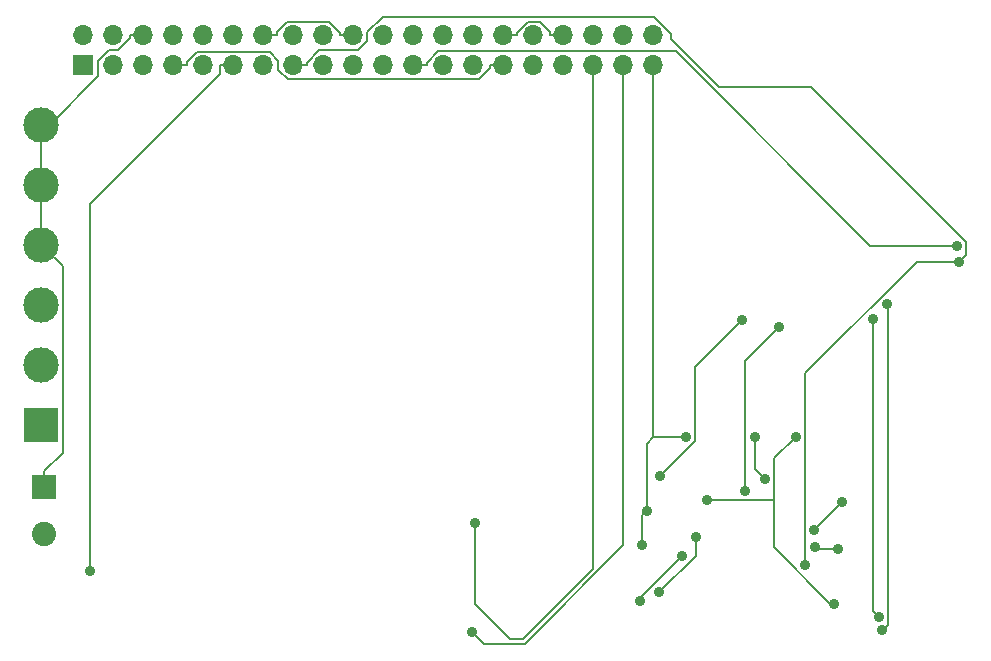
<source format=gbl>
G04 #@! TF.GenerationSoftware,KiCad,Pcbnew,(5.1.0)-1*
G04 #@! TF.CreationDate,2020-03-10T13:48:57+00:00*
G04 #@! TF.ProjectId,2D Top Board,32442054-6f70-4204-926f-6172642e6b69,-*
G04 #@! TF.SameCoordinates,Original*
G04 #@! TF.FileFunction,Copper,L2,Bot*
G04 #@! TF.FilePolarity,Positive*
%FSLAX46Y46*%
G04 Gerber Fmt 4.6, Leading zero omitted, Abs format (unit mm)*
G04 Created by KiCad (PCBNEW (5.1.0)-1) date 2020-03-10 13:48:57*
%MOMM*%
%LPD*%
G04 APERTURE LIST*
%ADD10R,1.700000X1.700000*%
%ADD11O,1.700000X1.700000*%
%ADD12C,2.050000*%
%ADD13R,2.050000X2.050000*%
%ADD14C,3.000000*%
%ADD15R,3.000000X3.000000*%
%ADD16C,0.900000*%
%ADD17C,0.200000*%
G04 APERTURE END LIST*
D10*
X116320000Y-70830000D03*
D11*
X116320000Y-68290000D03*
X118860000Y-70830000D03*
X118860000Y-68290000D03*
X121400000Y-70830000D03*
X121400000Y-68290000D03*
X123940000Y-70830000D03*
X123940000Y-68290000D03*
X126480000Y-70830000D03*
X126480000Y-68290000D03*
X129020000Y-70830000D03*
X129020000Y-68290000D03*
X131560000Y-70830000D03*
X131560000Y-68290000D03*
X134100000Y-70830000D03*
X134100000Y-68290000D03*
X136640000Y-70830000D03*
X136640000Y-68290000D03*
X139180000Y-70830000D03*
X139180000Y-68290000D03*
X141720000Y-70830000D03*
X141720000Y-68290000D03*
X144260000Y-70830000D03*
X144260000Y-68290000D03*
X146800000Y-70830000D03*
X146800000Y-68290000D03*
X149340000Y-70830000D03*
X149340000Y-68290000D03*
X151880000Y-70830000D03*
X151880000Y-68290000D03*
X154420000Y-70830000D03*
X154420000Y-68290000D03*
X156960000Y-70830000D03*
X156960000Y-68290000D03*
X159500000Y-70830000D03*
X159500000Y-68290000D03*
X162040000Y-70830000D03*
X162040000Y-68290000D03*
X164580000Y-70830000D03*
X164580000Y-68290000D03*
D12*
X113000000Y-110460000D03*
D13*
X113000000Y-106500000D03*
D14*
X112750000Y-96170000D03*
X112750000Y-91090000D03*
D15*
X112750000Y-101250000D03*
D14*
X112750000Y-86010000D03*
X112750000Y-80930000D03*
X112750000Y-75850000D03*
D16*
X163645100Y-111451900D03*
X167359000Y-102261700D03*
X163994300Y-108535300D03*
X149428800Y-109550000D03*
X149178300Y-118800000D03*
X116874200Y-113658600D03*
X172105100Y-92355100D03*
X165149700Y-105600000D03*
X176610600Y-102255000D03*
X169113200Y-107600000D03*
X179827800Y-116404900D03*
X168157500Y-110766000D03*
X165080200Y-115406500D03*
X166968400Y-112383500D03*
X163442700Y-116134700D03*
X178202300Y-110132000D03*
X180534300Y-107800000D03*
X178267900Y-111575800D03*
X180166000Y-111800000D03*
X184370600Y-91031200D03*
X183948100Y-118649300D03*
X183131700Y-92269400D03*
X183673100Y-117548900D03*
X172307200Y-106868400D03*
X175200000Y-92948900D03*
X173982200Y-105822800D03*
X173187400Y-102255200D03*
X177450900Y-113112200D03*
X190469000Y-87449800D03*
X190269900Y-86105100D03*
D17*
X163994300Y-108535300D02*
X163645100Y-108884500D01*
X163645100Y-108884500D02*
X163645100Y-111451900D01*
X164580000Y-102261700D02*
X163994300Y-102847400D01*
X163994300Y-102847400D02*
X163994300Y-108535300D01*
X164580000Y-102261700D02*
X167359000Y-102261700D01*
X164580000Y-71980300D02*
X164580000Y-102261700D01*
X164580000Y-70830000D02*
X164580000Y-71980300D01*
X139180000Y-68290000D02*
X138029700Y-68290000D01*
X131560000Y-68290000D02*
X132710300Y-68290000D01*
X132710300Y-68290000D02*
X132710300Y-68002400D01*
X132710300Y-68002400D02*
X133578400Y-67134300D01*
X133578400Y-67134300D02*
X137112300Y-67134300D01*
X137112300Y-67134300D02*
X138029700Y-68051700D01*
X138029700Y-68051700D02*
X138029700Y-68290000D01*
X113000000Y-106500000D02*
X113000000Y-105174700D01*
X112750000Y-86010000D02*
X114550400Y-87810400D01*
X114550400Y-87810400D02*
X114550400Y-103624300D01*
X114550400Y-103624300D02*
X113000000Y-105174700D01*
X112750000Y-80930000D02*
X112750000Y-86010000D01*
X121400000Y-68290000D02*
X120249700Y-68290000D01*
X113491000Y-75850000D02*
X117590000Y-71751000D01*
X117590000Y-71751000D02*
X117590000Y-70450700D01*
X117590000Y-70450700D02*
X118480700Y-69560000D01*
X118480700Y-69560000D02*
X119218000Y-69560000D01*
X119218000Y-69560000D02*
X120249700Y-68528300D01*
X120249700Y-68528300D02*
X120249700Y-68290000D01*
X113120500Y-75850000D02*
X113491000Y-75850000D01*
X151880000Y-68290000D02*
X153030300Y-68290000D01*
X156960000Y-68290000D02*
X155809700Y-68290000D01*
X155809700Y-68290000D02*
X155809700Y-68002400D01*
X155809700Y-68002400D02*
X154941600Y-67134300D01*
X154941600Y-67134300D02*
X153947600Y-67134300D01*
X153947600Y-67134300D02*
X153030300Y-68051600D01*
X153030300Y-68051600D02*
X153030300Y-68290000D01*
X113120500Y-75850000D02*
X112750000Y-76220500D01*
X112750000Y-76220500D02*
X112750000Y-80930000D01*
X112750000Y-75850000D02*
X113120500Y-75850000D01*
X159500000Y-70830000D02*
X159500000Y-113447900D01*
X159500000Y-113447900D02*
X153528800Y-119419100D01*
X153528800Y-119419100D02*
X152421300Y-119419100D01*
X152421300Y-119419100D02*
X149428800Y-116426600D01*
X149428800Y-116426600D02*
X149428800Y-109550000D01*
X162040000Y-70830000D02*
X162040000Y-111474200D01*
X162040000Y-111474200D02*
X153694700Y-119819500D01*
X153694700Y-119819500D02*
X150197800Y-119819500D01*
X150197800Y-119819500D02*
X149178300Y-118800000D01*
X129020000Y-70830000D02*
X127869700Y-70830000D01*
X127869700Y-70830000D02*
X127869700Y-71577800D01*
X127869700Y-71577800D02*
X116874200Y-82573300D01*
X116874200Y-82573300D02*
X116874200Y-113658600D01*
X172105100Y-92355100D02*
X168109300Y-96350900D01*
X168109300Y-96350900D02*
X168109300Y-102640400D01*
X168109300Y-102640400D02*
X165149700Y-105600000D01*
X174759400Y-107662500D02*
X174759400Y-104106200D01*
X174759400Y-104106200D02*
X176610600Y-102255000D01*
X179827800Y-116404900D02*
X179563000Y-116404900D01*
X179563000Y-116404900D02*
X174759400Y-111601300D01*
X174759400Y-111601300D02*
X174759400Y-107662500D01*
X169113200Y-107600000D02*
X169175700Y-107662500D01*
X169175700Y-107662500D02*
X174759400Y-107662500D01*
X165080200Y-115406500D02*
X168157500Y-112329200D01*
X168157500Y-112329200D02*
X168157500Y-110766000D01*
X163442700Y-116134700D02*
X163442700Y-115909200D01*
X163442700Y-115909200D02*
X166968400Y-112383500D01*
X180534300Y-107800000D02*
X178202300Y-110132000D01*
X180166000Y-111800000D02*
X178492100Y-111800000D01*
X178492100Y-111800000D02*
X178267900Y-111575800D01*
X184370600Y-91031200D02*
X184423400Y-91084000D01*
X184423400Y-91084000D02*
X184423400Y-118174000D01*
X184423400Y-118174000D02*
X183948100Y-118649300D01*
X183673100Y-117548900D02*
X183131700Y-117007500D01*
X183131700Y-117007500D02*
X183131700Y-92269400D01*
X172307200Y-106868400D02*
X172307200Y-95841700D01*
X172307200Y-95841700D02*
X175200000Y-92948900D01*
X173187400Y-102255200D02*
X173187400Y-105028000D01*
X173187400Y-105028000D02*
X173982200Y-105822800D01*
X190469000Y-87449800D02*
X186874100Y-87449800D01*
X186874100Y-87449800D02*
X177450900Y-96873000D01*
X177450900Y-96873000D02*
X177450900Y-113112200D01*
X135250300Y-70830000D02*
X135250300Y-70591600D01*
X135250300Y-70591600D02*
X136281900Y-69560000D01*
X136281900Y-69560000D02*
X139558100Y-69560000D01*
X139558100Y-69560000D02*
X140330400Y-68787700D01*
X140330400Y-68787700D02*
X140330400Y-68015300D01*
X140330400Y-68015300D02*
X141658000Y-66687700D01*
X141658000Y-66687700D02*
X164627900Y-66687700D01*
X164627900Y-66687700D02*
X166077700Y-68137500D01*
X166077700Y-68137500D02*
X166077700Y-68591200D01*
X166077700Y-68591200D02*
X170103100Y-72616600D01*
X170103100Y-72616600D02*
X177896800Y-72616600D01*
X177896800Y-72616600D02*
X191033900Y-85753700D01*
X191033900Y-85753700D02*
X191033900Y-86884900D01*
X191033900Y-86884900D02*
X190469000Y-87449800D01*
X134100000Y-70830000D02*
X135250300Y-70830000D01*
X145410300Y-70830000D02*
X145410300Y-70591600D01*
X145410300Y-70591600D02*
X146362500Y-69639400D01*
X146362500Y-69639400D02*
X166446600Y-69639400D01*
X166446600Y-69639400D02*
X182912300Y-86105100D01*
X182912300Y-86105100D02*
X190269900Y-86105100D01*
X144260000Y-70830000D02*
X145410300Y-70830000D01*
X151880000Y-70830000D02*
X150729700Y-70830000D01*
X123940000Y-70830000D02*
X125090300Y-70830000D01*
X125090300Y-70830000D02*
X125090300Y-70542400D01*
X125090300Y-70542400D02*
X125953100Y-69679600D01*
X125953100Y-69679600D02*
X132098100Y-69679600D01*
X132098100Y-69679600D02*
X132830000Y-70411500D01*
X132830000Y-70411500D02*
X132830000Y-71195900D01*
X132830000Y-71195900D02*
X133621400Y-71987300D01*
X133621400Y-71987300D02*
X149810700Y-71987300D01*
X149810700Y-71987300D02*
X150729700Y-71068300D01*
X150729700Y-71068300D02*
X150729700Y-70830000D01*
M02*

</source>
